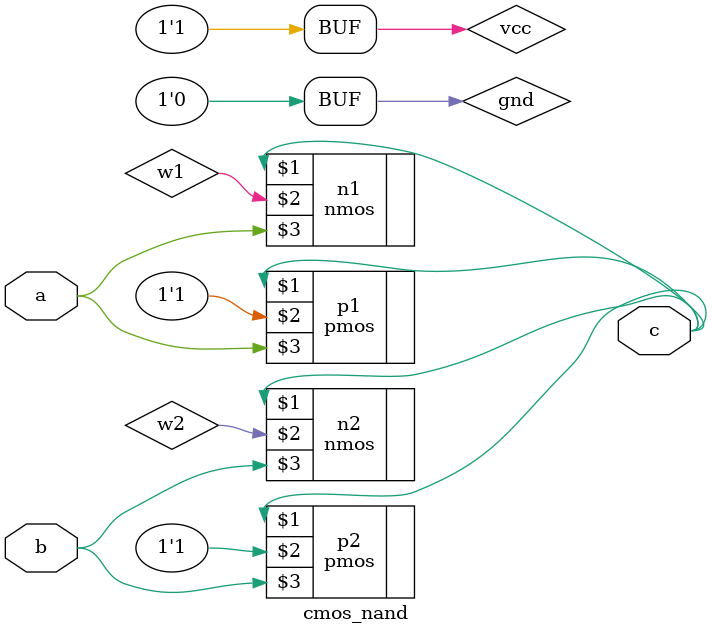
<source format=v>
module cmos_nand(c,a,b);
input a,b;
output c;

supply1 vcc;
supply0 gnd;

wire w1;

pmos p1(c,vcc,a);
pmos p2(c,vcc,b);

nmos n1(c,w1,a);
nmos n2(c,w2,b);

endmodule
</source>
